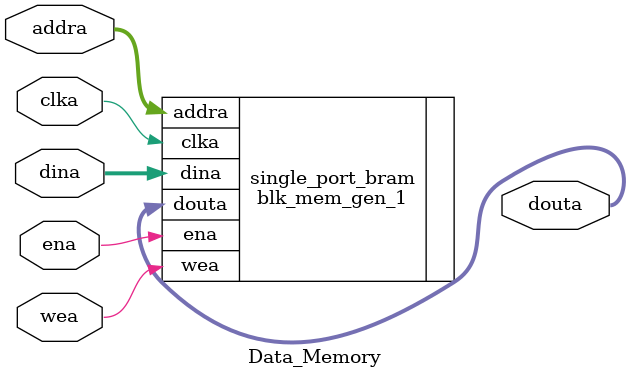
<source format=v>
`timescale 1ns / 1ps


module Data_Memory(input clka, input ena, input wea, input[4:0] addra, input[31:0] dina, output[31:0] douta);
    
blk_mem_gen_1 single_port_bram(
  .clka(clka),    
  .ena(ena),      
  .wea(wea),      
  .addra(addra),  
  .dina(dina),    
  .douta(douta)  
);


endmodule

</source>
